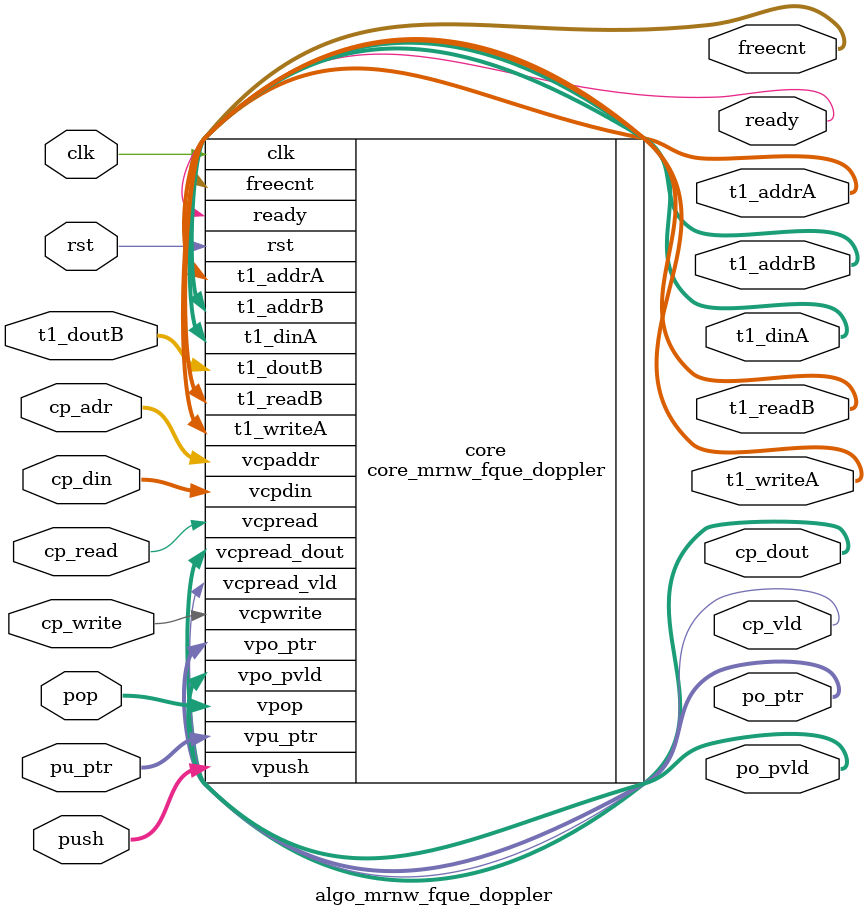
<source format=v>

module algo_mrnw_fque_doppler (push, pu_ptr,
                       pop, po_pvld, po_ptr,
                       cp_read, cp_write, cp_adr, cp_din, cp_vld, cp_dout,
                       t1_writeA, t1_addrA, t1_dinA, t1_readB, t1_addrB, t1_doutB,
                       freecnt,
		               clk, rst, ready);

  parameter NUMPORT = 8;
  parameter NUMADDR = 64;
  parameter BITADDR = 8;
  parameter BITQPTR = 8;
  parameter BITQCNT = BITADDR+1;

  parameter BITPORT = 3;
  parameter NUMVROW = 8;
  parameter BITVROW = 3;
  
  parameter QPTR_DELAY = 2;
  parameter FLOPIN = 0;
  parameter FLOPOUT = 0;

  parameter RSTQPTR = 0;
  parameter BITCPAD = BITADDR;
  parameter CPUWDTH = BITADDR+BITQCNT;


  input  [NUMPORT-1:0]         push;
  input  [NUMPORT*BITQPTR-1:0] pu_ptr;

  input  [NUMPORT-1:0]         pop;
  output [NUMPORT-1:0]         po_pvld;
  output [NUMPORT*BITQPTR-1:0] po_ptr;

  input                        cp_read;
  input                        cp_write;
  input  [BITCPAD-1:0]         cp_adr;
  input  [CPUWDTH-1:0]         cp_din;
  output                       cp_vld;
  output [CPUWDTH-1:0]         cp_dout;

  output [BITQCNT -1:0]        freecnt;
  output                       ready;
  input                        clk;
  input                        rst;

  output [NUMPORT-1:0]         t1_writeA;
  output [NUMPORT*BITVROW-1:0] t1_addrA;
  output [NUMPORT*BITQPTR-1:0] t1_dinA;
  output [NUMPORT-1:0]         t1_readB;
  output [NUMPORT*BITVROW-1:0] t1_addrB;
  input  [NUMPORT*BITQPTR-1:0] t1_doutB;

  core_mrnw_fque_doppler #(.NUMPORT (NUMPORT), .NUMADDR (NUMADDR), .BITADDR (BITADDR), .BITQPTR (BITQPTR),
                   .BITPORT (BITPORT), .NUMVROW (NUMVROW), .BITVROW(BITVROW),
                   .QPTR_DELAY (QPTR_DELAY), .FLOPIN (FLOPIN), .FLOPOUT (FLOPOUT),
                   .BITCPAD(BITCPAD), .CPUWDTH(CPUWDTH))
    core (.vpush(push), .vpu_ptr(pu_ptr),
          .vpop(pop), .vpo_pvld(po_pvld), .vpo_ptr(po_ptr),
          .vcpread (cp_read), .vcpwrite (cp_write), .vcpaddr (cp_adr), .vcpdin (cp_din), .vcpread_vld (cp_vld), .vcpread_dout (cp_dout),
          .t1_writeA(t1_writeA), .t1_addrA(t1_addrA), .t1_dinA(t1_dinA), .t1_readB(t1_readB), .t1_addrB(t1_addrB), .t1_doutB(t1_doutB),
          .freecnt(freecnt),
          .ready (ready), .clk (clk), .rst (rst));

`ifdef FORMAL

ip_top_sva_mrnw_fque_doppler #(
     .NUMPORT     (NUMPORT),
     .BITPORT     (BITPORT),
     .NUMADDR     (NUMADDR),
     .BITADDR     (BITADDR),
     .NUMVROW     (NUMVROW),
     .BITVROW     (BITVROW),
     .BITQPTR     (BITQPTR),
     .QPTR_DELAY  (QPTR_DELAY),
     .FLOPIN      (FLOPIN),
     .FLOPOUT     (FLOPOUT))
ip_top_sva (.*);


ip_top_sva_2_mrnw_fque_doppler #(
     .NUMPORT     (NUMPORT),
     .BITPORT     (BITPORT),
     .NUMADDR     (NUMADDR),
     .BITADDR     (BITADDR),
     .NUMVROW     (NUMVROW),
     .BITVROW     (BITVROW),
     .BITQPTR     (BITQPTR))
ip_top_sva_2 (.*);

`elsif SIM_SVA

genvar sva_int;
generate for (sva_int=0; sva_int<1; sva_int=sva_int+1) begin
  wire [BITQPRT-1:0] help_qprt = sva_int;
  wire [BITADDR-1:0] help_addr = sva_int;
ip_top_sva_mrnw_fque_doppler #(
     .NUMPORT     (NUMPORT),
     .BITPORT     (BITPORT),
     .NUMADDR     (NUMADDR),
     .BITADDR     (BITADDR),
     .BITQPTR     (BITQPTR),
     .QPTR_DELAY  (QPTR_DELAY),
     .FLOPIN      (FLOPIN),
     .FLOPOUT     (FLOPOUT))
ip_top_sva (.*);
end
endgenerate

ip_top_sva_2_mrnw_fque_doppler #(
     .NUMPORT     (NUMPORT),
     .NUMADDR     (NUMADDR),
     .BITADDR     (BITADDR),
     .BITQPTR     (BITQPTR))
ip_top_sva_2 (.*);

`endif

endmodule

</source>
